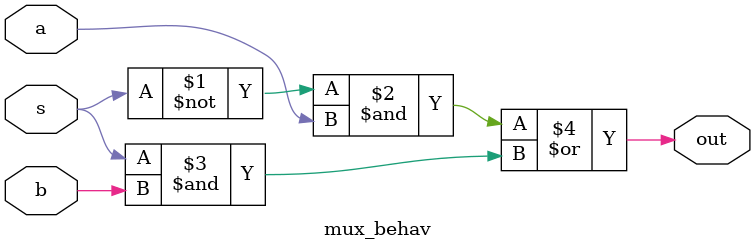
<source format=v>
module mux_behav
(
 input a,
 input b,
 input s,
 output out
);

assign out = (~s & a) | (s & b);

endmodule

</source>
